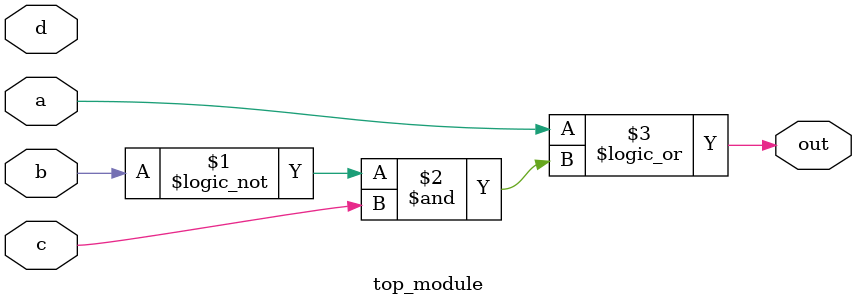
<source format=v>
module top_module(
    input a,
    input b,
    input c,
    input d,
    output out  ); 
assign out = a||!b&c;
endmodule

</source>
